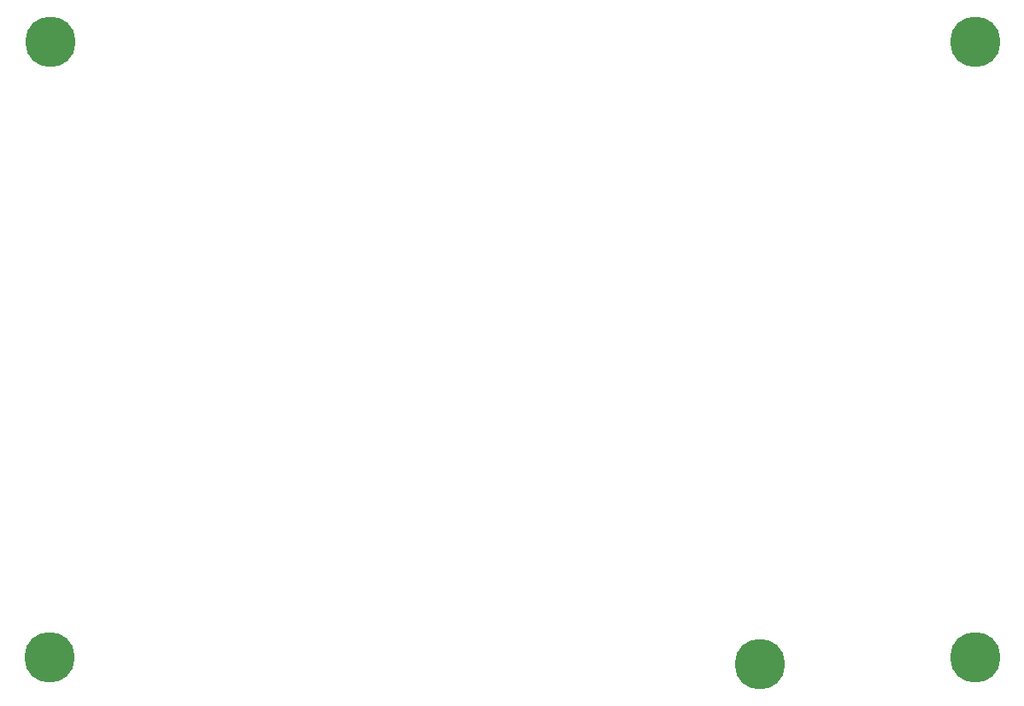
<source format=gbr>
G04 #@! TF.GenerationSoftware,KiCad,Pcbnew,(5.1.2)-2*
G04 #@! TF.CreationDate,2021-05-04T12:07:43-04:00*
G04 #@! TF.ProjectId,Magnetometer_A,4d61676e-6574-46f6-9d65-7465725f412e,rev?*
G04 #@! TF.SameCoordinates,Original*
G04 #@! TF.FileFunction,Copper,L2,Bot*
G04 #@! TF.FilePolarity,Positive*
%FSLAX46Y46*%
G04 Gerber Fmt 4.6, Leading zero omitted, Abs format (unit mm)*
G04 Created by KiCad (PCBNEW (5.1.2)-2) date 2021-05-04 12:07:43*
%MOMM*%
%LPD*%
G04 APERTURE LIST*
%ADD10C,5.000000*%
%ADD11R,1.500000X1.000000*%
G04 APERTURE END LIST*
D10*
X112600000Y-105800000D03*
X42210000Y-105110000D03*
X42260000Y-44110000D03*
X133860000Y-105110000D03*
X133860000Y-44110000D03*
D11*
X112500000Y-104850000D03*
X112500000Y-106150000D03*
M02*

</source>
